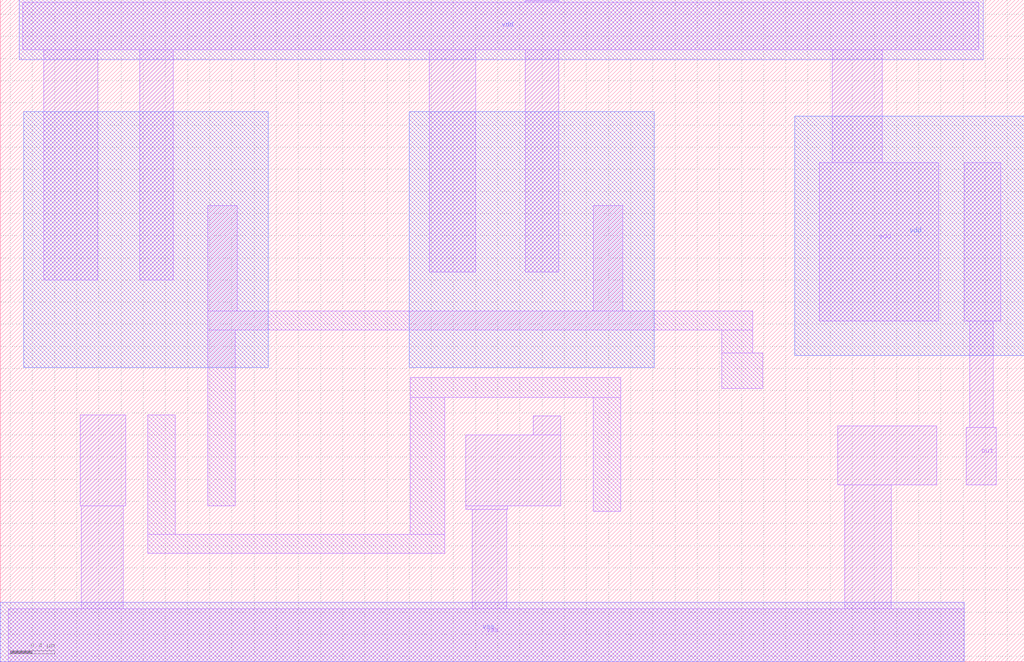
<source format=lef>
VERSION 5.7 ;
  NOWIREEXTENSIONATPIN ON ;
  DIVIDERCHAR "/" ;
  BUSBITCHARS "[]" ;
MACRO projectand
  CLASS BLOCK ;
  FOREIGN projectand ;
  ORIGIN 1.890 1.450 ;
  SIZE 9.240 BY 5.980 ;
  PIN out
    ANTENNADIFFAREA 0.930000 ;
    PORT
      LAYER li1 ;
        RECT 6.810 1.630 7.140 3.060 ;
        RECT 6.860 0.670 7.070 1.630 ;
        RECT 6.830 0.150 7.100 0.670 ;
    END
  END out
  PIN vdd
    ANTENNADIFFAREA 7.002000 ;
    PORT
      LAYER nwell ;
        RECT -1.680 1.210 0.530 3.520 ;
        RECT 1.800 1.210 4.010 3.520 ;
        RECT 5.280 1.320 7.350 3.480 ;
      LAYER li1 ;
        RECT 2.850 4.510 3.150 4.520 ;
        RECT -1.690 4.080 6.940 4.510 ;
        RECT -1.500 2.000 -1.010 4.080 ;
        RECT -0.630 2.000 -0.330 4.080 ;
        RECT 1.980 2.070 2.400 4.080 ;
        RECT 2.850 2.070 3.150 4.080 ;
        RECT 5.620 3.060 6.070 4.080 ;
        RECT 5.500 1.630 6.580 3.060 ;
      LAYER met1 ;
        RECT -1.720 3.990 6.980 4.530 ;
    END
  END vdd
  PIN vss
    ANTENNADIFFAREA 2.188000 ;
    PORT
      LAYER li1 ;
        RECT -1.170 -0.040 -0.760 0.780 ;
        RECT 2.920 0.600 3.170 0.770 ;
        RECT 2.310 -0.040 3.170 0.600 ;
        RECT 5.670 0.150 6.560 0.680 ;
        RECT -1.160 -0.970 -0.780 -0.040 ;
        RECT 2.310 -0.070 2.690 -0.040 ;
        RECT 2.370 -0.970 2.680 -0.070 ;
        RECT 5.730 -0.970 6.150 0.150 ;
        RECT -1.820 -1.450 6.810 -0.970 ;
      LAYER met1 ;
        RECT -1.890 -1.450 6.810 -0.910 ;
    END
  END vss
  OBS
      LAYER li1 ;
        RECT -0.020 1.720 0.250 2.670 ;
        RECT 3.460 1.720 3.730 2.670 ;
        RECT -0.020 1.550 4.900 1.720 ;
        RECT -0.560 -0.300 -0.310 0.780 ;
        RECT -0.020 -0.040 0.230 1.550 ;
        RECT 4.620 1.340 4.900 1.550 ;
        RECT 1.810 0.940 3.710 1.120 ;
        RECT 4.620 1.020 4.990 1.340 ;
        RECT 1.810 -0.300 2.120 0.940 ;
        RECT 3.460 -0.090 3.710 0.940 ;
        RECT -0.560 -0.470 2.120 -0.300 ;
  END
END projectand
END LIBRARY


</source>
